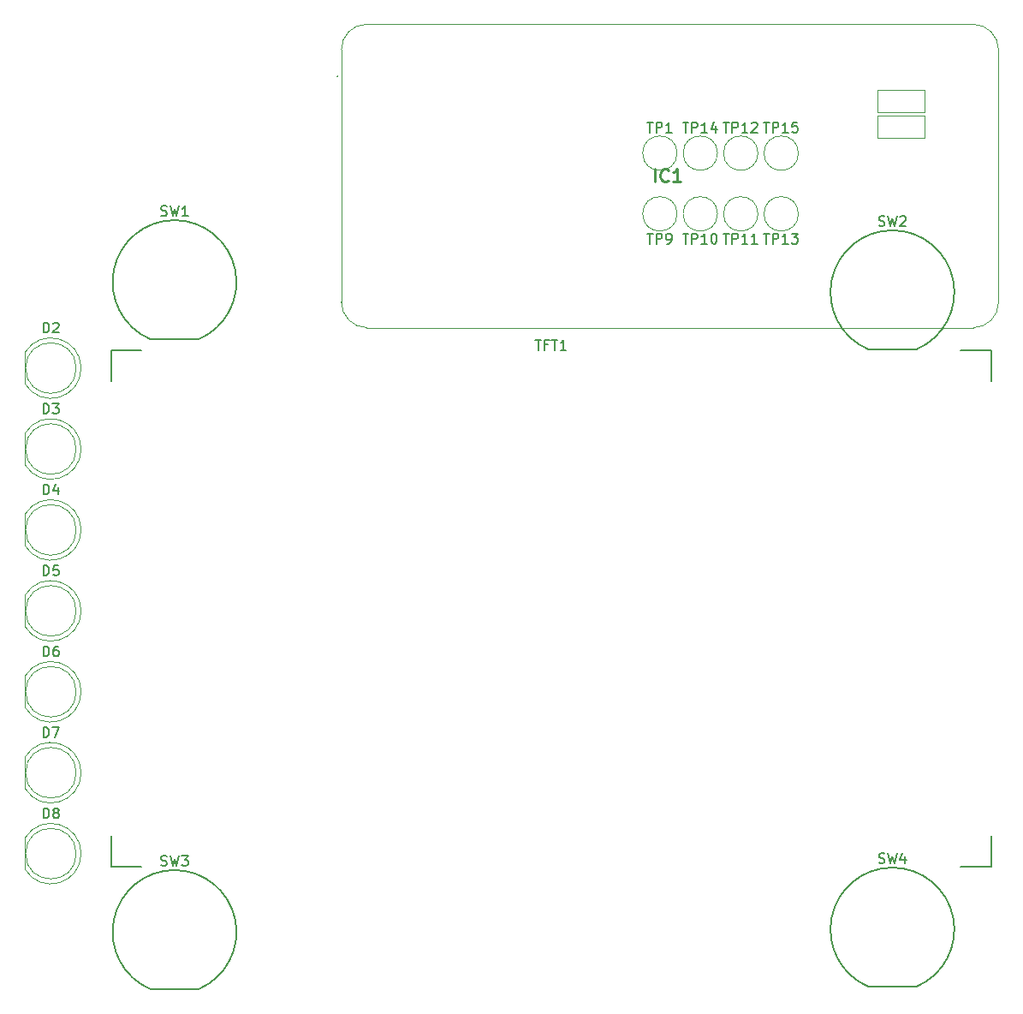
<source format=gbr>
G04 #@! TF.GenerationSoftware,KiCad,Pcbnew,5.0.1*
G04 #@! TF.CreationDate,2019-02-23T16:19:39+01:00*
G04 #@! TF.ProjectId,display,646973706C61792E6B696361645F7063,rev?*
G04 #@! TF.SameCoordinates,Original*
G04 #@! TF.FileFunction,Legend,Top*
G04 #@! TF.FilePolarity,Positive*
%FSLAX46Y46*%
G04 Gerber Fmt 4.6, Leading zero omitted, Abs format (unit mm)*
G04 Created by KiCad (PCBNEW 5.0.1) date Sat 23 Feb 2019 16:19:39 CET*
%MOMM*%
%LPD*%
G01*
G04 APERTURE LIST*
%ADD10C,0.150000*%
%ADD11C,0.120000*%
%ADD12C,0.100000*%
%ADD13C,0.254000*%
G04 APERTURE END LIST*
D10*
G04 #@! TO.C,SW3*
X105890000Y-145390000D02*
X101110000Y-145390000D01*
X105896843Y-145387095D02*
G75*
G03X101110000Y-145390000I-2396843J5637095D01*
G01*
G04 #@! TO.C,TFT1*
X184250000Y-82250000D02*
X184250000Y-85250000D01*
X184250000Y-82250000D02*
X181250000Y-82250000D01*
X184250000Y-133250000D02*
X181250000Y-133250000D01*
X184250000Y-133250000D02*
X184250000Y-130250000D01*
X97250000Y-133250000D02*
X100250000Y-133250000D01*
X97250000Y-133250000D02*
X97250000Y-130250000D01*
X97250000Y-82250000D02*
X97250000Y-85250000D01*
X97250000Y-82250000D02*
X100250000Y-82250000D01*
D11*
G04 #@! TO.C,D7*
X94260000Y-124000462D02*
G75*
G03X88710000Y-122455170I-2990000J462D01*
G01*
X94260000Y-123999538D02*
G75*
G02X88710000Y-125544830I-2990000J-462D01*
G01*
X93770000Y-124000000D02*
G75*
G03X93770000Y-124000000I-2500000J0D01*
G01*
X88710000Y-122455000D02*
X88710000Y-125545000D01*
G04 #@! TO.C,D2*
X88710000Y-82455000D02*
X88710000Y-85545000D01*
X93770000Y-84000000D02*
G75*
G03X93770000Y-84000000I-2500000J0D01*
G01*
X94260000Y-83999538D02*
G75*
G02X88710000Y-85544830I-2990000J-462D01*
G01*
X94260000Y-84000462D02*
G75*
G03X88710000Y-82455170I-2990000J462D01*
G01*
G04 #@! TO.C,D3*
X94260000Y-92000462D02*
G75*
G03X88710000Y-90455170I-2990000J462D01*
G01*
X94260000Y-91999538D02*
G75*
G02X88710000Y-93544830I-2990000J-462D01*
G01*
X93770000Y-92000000D02*
G75*
G03X93770000Y-92000000I-2500000J0D01*
G01*
X88710000Y-90455000D02*
X88710000Y-93545000D01*
G04 #@! TO.C,D4*
X88710000Y-98455000D02*
X88710000Y-101545000D01*
X93770000Y-100000000D02*
G75*
G03X93770000Y-100000000I-2500000J0D01*
G01*
X94260000Y-99999538D02*
G75*
G02X88710000Y-101544830I-2990000J-462D01*
G01*
X94260000Y-100000462D02*
G75*
G03X88710000Y-98455170I-2990000J462D01*
G01*
G04 #@! TO.C,D6*
X94260000Y-116000462D02*
G75*
G03X88710000Y-114455170I-2990000J462D01*
G01*
X94260000Y-115999538D02*
G75*
G02X88710000Y-117544830I-2990000J-462D01*
G01*
X93770000Y-116000000D02*
G75*
G03X93770000Y-116000000I-2500000J0D01*
G01*
X88710000Y-114455000D02*
X88710000Y-117545000D01*
G04 #@! TO.C,D5*
X88710000Y-106455000D02*
X88710000Y-109545000D01*
X93770000Y-108000000D02*
G75*
G03X93770000Y-108000000I-2500000J0D01*
G01*
X94260000Y-107999538D02*
G75*
G02X88710000Y-109544830I-2990000J-462D01*
G01*
X94260000Y-108000462D02*
G75*
G03X88710000Y-106455170I-2990000J462D01*
G01*
G04 #@! TO.C,D8*
X94260000Y-132000462D02*
G75*
G03X88710000Y-130455170I-2990000J462D01*
G01*
X94260000Y-131999538D02*
G75*
G02X88710000Y-133544830I-2990000J-462D01*
G01*
X93770000Y-132000000D02*
G75*
G03X93770000Y-132000000I-2500000J0D01*
G01*
X88710000Y-130455000D02*
X88710000Y-133545000D01*
G04 #@! TO.C,TP14*
X157200000Y-62750000D02*
G75*
G03X157200000Y-62750000I-1700000J0D01*
G01*
G04 #@! TO.C,TP13*
X165200000Y-68750000D02*
G75*
G03X165200000Y-68750000I-1700000J0D01*
G01*
G04 #@! TO.C,TP12*
X161200000Y-62750000D02*
G75*
G03X161200000Y-62750000I-1700000J0D01*
G01*
G04 #@! TO.C,TP11*
X161200000Y-68750000D02*
G75*
G03X161200000Y-68750000I-1700000J0D01*
G01*
G04 #@! TO.C,TP10*
X157200000Y-68750000D02*
G75*
G03X157200000Y-68750000I-1700000J0D01*
G01*
G04 #@! TO.C,TP9*
X153200000Y-68750000D02*
G75*
G03X153200000Y-68750000I-1700000J0D01*
G01*
G04 #@! TO.C,TP1*
X153200000Y-62750000D02*
G75*
G03X153200000Y-62750000I-1700000J0D01*
G01*
G04 #@! TO.C,TP15*
X165200000Y-62750000D02*
G75*
G03X165200000Y-62750000I-1700000J0D01*
G01*
D10*
G04 #@! TO.C,SW4*
X176896843Y-145137095D02*
G75*
G03X172110000Y-145140000I-2396843J5637095D01*
G01*
X176890000Y-145140000D02*
X172110000Y-145140000D01*
G04 #@! TO.C,SW2*
X176896843Y-82137095D02*
G75*
G03X172110000Y-82140000I-2396843J5637095D01*
G01*
X176890000Y-82140000D02*
X172110000Y-82140000D01*
G04 #@! TO.C,SW1*
X105890000Y-81140000D02*
X101110000Y-81140000D01*
X105896843Y-81137095D02*
G75*
G03X101110000Y-81140000I-2396843J5637095D01*
G01*
D12*
G04 #@! TO.C,IC1*
X119999940Y-52536045D02*
G75*
G02X122500000Y-50000000I2500470J35325D01*
G01*
X182504015Y-50000067D02*
G75*
G02X185000000Y-52540000I-44335J-2539933D01*
G01*
X185000060Y-77463955D02*
G75*
G02X182500000Y-80000000I-2500470J-35325D01*
G01*
X122495985Y-79999933D02*
G75*
G02X120000000Y-77460000I44335J2539933D01*
G01*
X119560000Y-55060000D02*
G75*
G03X119560000Y-55160000I0J-50000D01*
G01*
X119560000Y-55160000D02*
G75*
G03X119560000Y-55060000I0J50000D01*
G01*
X182500000Y-50000000D02*
X122500000Y-50000000D01*
X185000000Y-77460000D02*
X185000000Y-52540000D01*
X122500000Y-80000000D02*
X182500000Y-80000000D01*
X120000000Y-52540000D02*
X120000000Y-77460000D01*
X119560000Y-55160000D02*
X119560000Y-55160000D01*
X119560000Y-55060000D02*
X119560000Y-55060000D01*
X173060000Y-61260000D02*
X173060000Y-59060000D01*
X177660000Y-61260000D02*
X173060000Y-61260000D01*
X177660000Y-59060000D02*
X177660000Y-61260000D01*
X173060000Y-59060000D02*
X177660000Y-59060000D01*
X173060000Y-58720000D02*
X173060000Y-56520000D01*
X177660000Y-58720000D02*
X173060000Y-58720000D01*
X177660000Y-56520000D02*
X177660000Y-58720000D01*
X173060000Y-56520000D02*
X177660000Y-56520000D01*
G04 #@! TO.C,SW3*
D10*
X102166666Y-133154761D02*
X102309523Y-133202380D01*
X102547619Y-133202380D01*
X102642857Y-133154761D01*
X102690476Y-133107142D01*
X102738095Y-133011904D01*
X102738095Y-132916666D01*
X102690476Y-132821428D01*
X102642857Y-132773809D01*
X102547619Y-132726190D01*
X102357142Y-132678571D01*
X102261904Y-132630952D01*
X102214285Y-132583333D01*
X102166666Y-132488095D01*
X102166666Y-132392857D01*
X102214285Y-132297619D01*
X102261904Y-132250000D01*
X102357142Y-132202380D01*
X102595238Y-132202380D01*
X102738095Y-132250000D01*
X103071428Y-132202380D02*
X103309523Y-133202380D01*
X103500000Y-132488095D01*
X103690476Y-133202380D01*
X103928571Y-132202380D01*
X104214285Y-132202380D02*
X104833333Y-132202380D01*
X104500000Y-132583333D01*
X104642857Y-132583333D01*
X104738095Y-132630952D01*
X104785714Y-132678571D01*
X104833333Y-132773809D01*
X104833333Y-133011904D01*
X104785714Y-133107142D01*
X104738095Y-133154761D01*
X104642857Y-133202380D01*
X104357142Y-133202380D01*
X104261904Y-133154761D01*
X104214285Y-133107142D01*
G04 #@! TO.C,TFT1*
X139178571Y-81202380D02*
X139750000Y-81202380D01*
X139464285Y-82202380D02*
X139464285Y-81202380D01*
X140416666Y-81678571D02*
X140083333Y-81678571D01*
X140083333Y-82202380D02*
X140083333Y-81202380D01*
X140559523Y-81202380D01*
X140797619Y-81202380D02*
X141369047Y-81202380D01*
X141083333Y-82202380D02*
X141083333Y-81202380D01*
X142226190Y-82202380D02*
X141654761Y-82202380D01*
X141940476Y-82202380D02*
X141940476Y-81202380D01*
X141845238Y-81345238D01*
X141750000Y-81440476D01*
X141654761Y-81488095D01*
G04 #@! TO.C,D7*
X90531904Y-120492380D02*
X90531904Y-119492380D01*
X90770000Y-119492380D01*
X90912857Y-119540000D01*
X91008095Y-119635238D01*
X91055714Y-119730476D01*
X91103333Y-119920952D01*
X91103333Y-120063809D01*
X91055714Y-120254285D01*
X91008095Y-120349523D01*
X90912857Y-120444761D01*
X90770000Y-120492380D01*
X90531904Y-120492380D01*
X91436666Y-119492380D02*
X92103333Y-119492380D01*
X91674761Y-120492380D01*
G04 #@! TO.C,D2*
X90531904Y-80492380D02*
X90531904Y-79492380D01*
X90770000Y-79492380D01*
X90912857Y-79540000D01*
X91008095Y-79635238D01*
X91055714Y-79730476D01*
X91103333Y-79920952D01*
X91103333Y-80063809D01*
X91055714Y-80254285D01*
X91008095Y-80349523D01*
X90912857Y-80444761D01*
X90770000Y-80492380D01*
X90531904Y-80492380D01*
X91484285Y-79587619D02*
X91531904Y-79540000D01*
X91627142Y-79492380D01*
X91865238Y-79492380D01*
X91960476Y-79540000D01*
X92008095Y-79587619D01*
X92055714Y-79682857D01*
X92055714Y-79778095D01*
X92008095Y-79920952D01*
X91436666Y-80492380D01*
X92055714Y-80492380D01*
G04 #@! TO.C,D3*
X90531904Y-88492380D02*
X90531904Y-87492380D01*
X90770000Y-87492380D01*
X90912857Y-87540000D01*
X91008095Y-87635238D01*
X91055714Y-87730476D01*
X91103333Y-87920952D01*
X91103333Y-88063809D01*
X91055714Y-88254285D01*
X91008095Y-88349523D01*
X90912857Y-88444761D01*
X90770000Y-88492380D01*
X90531904Y-88492380D01*
X91436666Y-87492380D02*
X92055714Y-87492380D01*
X91722380Y-87873333D01*
X91865238Y-87873333D01*
X91960476Y-87920952D01*
X92008095Y-87968571D01*
X92055714Y-88063809D01*
X92055714Y-88301904D01*
X92008095Y-88397142D01*
X91960476Y-88444761D01*
X91865238Y-88492380D01*
X91579523Y-88492380D01*
X91484285Y-88444761D01*
X91436666Y-88397142D01*
G04 #@! TO.C,D4*
X90531904Y-96492380D02*
X90531904Y-95492380D01*
X90770000Y-95492380D01*
X90912857Y-95540000D01*
X91008095Y-95635238D01*
X91055714Y-95730476D01*
X91103333Y-95920952D01*
X91103333Y-96063809D01*
X91055714Y-96254285D01*
X91008095Y-96349523D01*
X90912857Y-96444761D01*
X90770000Y-96492380D01*
X90531904Y-96492380D01*
X91960476Y-95825714D02*
X91960476Y-96492380D01*
X91722380Y-95444761D02*
X91484285Y-96159047D01*
X92103333Y-96159047D01*
G04 #@! TO.C,D6*
X90531904Y-112492380D02*
X90531904Y-111492380D01*
X90770000Y-111492380D01*
X90912857Y-111540000D01*
X91008095Y-111635238D01*
X91055714Y-111730476D01*
X91103333Y-111920952D01*
X91103333Y-112063809D01*
X91055714Y-112254285D01*
X91008095Y-112349523D01*
X90912857Y-112444761D01*
X90770000Y-112492380D01*
X90531904Y-112492380D01*
X91960476Y-111492380D02*
X91770000Y-111492380D01*
X91674761Y-111540000D01*
X91627142Y-111587619D01*
X91531904Y-111730476D01*
X91484285Y-111920952D01*
X91484285Y-112301904D01*
X91531904Y-112397142D01*
X91579523Y-112444761D01*
X91674761Y-112492380D01*
X91865238Y-112492380D01*
X91960476Y-112444761D01*
X92008095Y-112397142D01*
X92055714Y-112301904D01*
X92055714Y-112063809D01*
X92008095Y-111968571D01*
X91960476Y-111920952D01*
X91865238Y-111873333D01*
X91674761Y-111873333D01*
X91579523Y-111920952D01*
X91531904Y-111968571D01*
X91484285Y-112063809D01*
G04 #@! TO.C,D5*
X90531904Y-104492380D02*
X90531904Y-103492380D01*
X90770000Y-103492380D01*
X90912857Y-103540000D01*
X91008095Y-103635238D01*
X91055714Y-103730476D01*
X91103333Y-103920952D01*
X91103333Y-104063809D01*
X91055714Y-104254285D01*
X91008095Y-104349523D01*
X90912857Y-104444761D01*
X90770000Y-104492380D01*
X90531904Y-104492380D01*
X92008095Y-103492380D02*
X91531904Y-103492380D01*
X91484285Y-103968571D01*
X91531904Y-103920952D01*
X91627142Y-103873333D01*
X91865238Y-103873333D01*
X91960476Y-103920952D01*
X92008095Y-103968571D01*
X92055714Y-104063809D01*
X92055714Y-104301904D01*
X92008095Y-104397142D01*
X91960476Y-104444761D01*
X91865238Y-104492380D01*
X91627142Y-104492380D01*
X91531904Y-104444761D01*
X91484285Y-104397142D01*
G04 #@! TO.C,D8*
X90531904Y-128492380D02*
X90531904Y-127492380D01*
X90770000Y-127492380D01*
X90912857Y-127540000D01*
X91008095Y-127635238D01*
X91055714Y-127730476D01*
X91103333Y-127920952D01*
X91103333Y-128063809D01*
X91055714Y-128254285D01*
X91008095Y-128349523D01*
X90912857Y-128444761D01*
X90770000Y-128492380D01*
X90531904Y-128492380D01*
X91674761Y-127920952D02*
X91579523Y-127873333D01*
X91531904Y-127825714D01*
X91484285Y-127730476D01*
X91484285Y-127682857D01*
X91531904Y-127587619D01*
X91579523Y-127540000D01*
X91674761Y-127492380D01*
X91865238Y-127492380D01*
X91960476Y-127540000D01*
X92008095Y-127587619D01*
X92055714Y-127682857D01*
X92055714Y-127730476D01*
X92008095Y-127825714D01*
X91960476Y-127873333D01*
X91865238Y-127920952D01*
X91674761Y-127920952D01*
X91579523Y-127968571D01*
X91531904Y-128016190D01*
X91484285Y-128111428D01*
X91484285Y-128301904D01*
X91531904Y-128397142D01*
X91579523Y-128444761D01*
X91674761Y-128492380D01*
X91865238Y-128492380D01*
X91960476Y-128444761D01*
X92008095Y-128397142D01*
X92055714Y-128301904D01*
X92055714Y-128111428D01*
X92008095Y-128016190D01*
X91960476Y-127968571D01*
X91865238Y-127920952D01*
G04 #@! TO.C,TP14*
X153761904Y-59704380D02*
X154333333Y-59704380D01*
X154047619Y-60704380D02*
X154047619Y-59704380D01*
X154666666Y-60704380D02*
X154666666Y-59704380D01*
X155047619Y-59704380D01*
X155142857Y-59752000D01*
X155190476Y-59799619D01*
X155238095Y-59894857D01*
X155238095Y-60037714D01*
X155190476Y-60132952D01*
X155142857Y-60180571D01*
X155047619Y-60228190D01*
X154666666Y-60228190D01*
X156190476Y-60704380D02*
X155619047Y-60704380D01*
X155904761Y-60704380D02*
X155904761Y-59704380D01*
X155809523Y-59847238D01*
X155714285Y-59942476D01*
X155619047Y-59990095D01*
X157047619Y-60037714D02*
X157047619Y-60704380D01*
X156809523Y-59656761D02*
X156571428Y-60371047D01*
X157190476Y-60371047D01*
G04 #@! TO.C,TP13*
X161761904Y-70700380D02*
X162333333Y-70700380D01*
X162047619Y-71700380D02*
X162047619Y-70700380D01*
X162666666Y-71700380D02*
X162666666Y-70700380D01*
X163047619Y-70700380D01*
X163142857Y-70748000D01*
X163190476Y-70795619D01*
X163238095Y-70890857D01*
X163238095Y-71033714D01*
X163190476Y-71128952D01*
X163142857Y-71176571D01*
X163047619Y-71224190D01*
X162666666Y-71224190D01*
X164190476Y-71700380D02*
X163619047Y-71700380D01*
X163904761Y-71700380D02*
X163904761Y-70700380D01*
X163809523Y-70843238D01*
X163714285Y-70938476D01*
X163619047Y-70986095D01*
X164523809Y-70700380D02*
X165142857Y-70700380D01*
X164809523Y-71081333D01*
X164952380Y-71081333D01*
X165047619Y-71128952D01*
X165095238Y-71176571D01*
X165142857Y-71271809D01*
X165142857Y-71509904D01*
X165095238Y-71605142D01*
X165047619Y-71652761D01*
X164952380Y-71700380D01*
X164666666Y-71700380D01*
X164571428Y-71652761D01*
X164523809Y-71605142D01*
G04 #@! TO.C,TP12*
X157761904Y-59704380D02*
X158333333Y-59704380D01*
X158047619Y-60704380D02*
X158047619Y-59704380D01*
X158666666Y-60704380D02*
X158666666Y-59704380D01*
X159047619Y-59704380D01*
X159142857Y-59752000D01*
X159190476Y-59799619D01*
X159238095Y-59894857D01*
X159238095Y-60037714D01*
X159190476Y-60132952D01*
X159142857Y-60180571D01*
X159047619Y-60228190D01*
X158666666Y-60228190D01*
X160190476Y-60704380D02*
X159619047Y-60704380D01*
X159904761Y-60704380D02*
X159904761Y-59704380D01*
X159809523Y-59847238D01*
X159714285Y-59942476D01*
X159619047Y-59990095D01*
X160571428Y-59799619D02*
X160619047Y-59752000D01*
X160714285Y-59704380D01*
X160952380Y-59704380D01*
X161047619Y-59752000D01*
X161095238Y-59799619D01*
X161142857Y-59894857D01*
X161142857Y-59990095D01*
X161095238Y-60132952D01*
X160523809Y-60704380D01*
X161142857Y-60704380D01*
G04 #@! TO.C,TP11*
X157761904Y-70700380D02*
X158333333Y-70700380D01*
X158047619Y-71700380D02*
X158047619Y-70700380D01*
X158666666Y-71700380D02*
X158666666Y-70700380D01*
X159047619Y-70700380D01*
X159142857Y-70748000D01*
X159190476Y-70795619D01*
X159238095Y-70890857D01*
X159238095Y-71033714D01*
X159190476Y-71128952D01*
X159142857Y-71176571D01*
X159047619Y-71224190D01*
X158666666Y-71224190D01*
X160190476Y-71700380D02*
X159619047Y-71700380D01*
X159904761Y-71700380D02*
X159904761Y-70700380D01*
X159809523Y-70843238D01*
X159714285Y-70938476D01*
X159619047Y-70986095D01*
X161142857Y-71700380D02*
X160571428Y-71700380D01*
X160857142Y-71700380D02*
X160857142Y-70700380D01*
X160761904Y-70843238D01*
X160666666Y-70938476D01*
X160571428Y-70986095D01*
G04 #@! TO.C,TP10*
X153761904Y-70702380D02*
X154333333Y-70702380D01*
X154047619Y-71702380D02*
X154047619Y-70702380D01*
X154666666Y-71702380D02*
X154666666Y-70702380D01*
X155047619Y-70702380D01*
X155142857Y-70750000D01*
X155190476Y-70797619D01*
X155238095Y-70892857D01*
X155238095Y-71035714D01*
X155190476Y-71130952D01*
X155142857Y-71178571D01*
X155047619Y-71226190D01*
X154666666Y-71226190D01*
X156190476Y-71702380D02*
X155619047Y-71702380D01*
X155904761Y-71702380D02*
X155904761Y-70702380D01*
X155809523Y-70845238D01*
X155714285Y-70940476D01*
X155619047Y-70988095D01*
X156809523Y-70702380D02*
X156904761Y-70702380D01*
X157000000Y-70750000D01*
X157047619Y-70797619D01*
X157095238Y-70892857D01*
X157142857Y-71083333D01*
X157142857Y-71321428D01*
X157095238Y-71511904D01*
X157047619Y-71607142D01*
X157000000Y-71654761D01*
X156904761Y-71702380D01*
X156809523Y-71702380D01*
X156714285Y-71654761D01*
X156666666Y-71607142D01*
X156619047Y-71511904D01*
X156571428Y-71321428D01*
X156571428Y-71083333D01*
X156619047Y-70892857D01*
X156666666Y-70797619D01*
X156714285Y-70750000D01*
X156809523Y-70702380D01*
G04 #@! TO.C,TP9*
X150238095Y-70702380D02*
X150809523Y-70702380D01*
X150523809Y-71702380D02*
X150523809Y-70702380D01*
X151142857Y-71702380D02*
X151142857Y-70702380D01*
X151523809Y-70702380D01*
X151619047Y-70750000D01*
X151666666Y-70797619D01*
X151714285Y-70892857D01*
X151714285Y-71035714D01*
X151666666Y-71130952D01*
X151619047Y-71178571D01*
X151523809Y-71226190D01*
X151142857Y-71226190D01*
X152190476Y-71702380D02*
X152380952Y-71702380D01*
X152476190Y-71654761D01*
X152523809Y-71607142D01*
X152619047Y-71464285D01*
X152666666Y-71273809D01*
X152666666Y-70892857D01*
X152619047Y-70797619D01*
X152571428Y-70750000D01*
X152476190Y-70702380D01*
X152285714Y-70702380D01*
X152190476Y-70750000D01*
X152142857Y-70797619D01*
X152095238Y-70892857D01*
X152095238Y-71130952D01*
X152142857Y-71226190D01*
X152190476Y-71273809D01*
X152285714Y-71321428D01*
X152476190Y-71321428D01*
X152571428Y-71273809D01*
X152619047Y-71226190D01*
X152666666Y-71130952D01*
G04 #@! TO.C,TP1*
X150238095Y-59704380D02*
X150809523Y-59704380D01*
X150523809Y-60704380D02*
X150523809Y-59704380D01*
X151142857Y-60704380D02*
X151142857Y-59704380D01*
X151523809Y-59704380D01*
X151619047Y-59752000D01*
X151666666Y-59799619D01*
X151714285Y-59894857D01*
X151714285Y-60037714D01*
X151666666Y-60132952D01*
X151619047Y-60180571D01*
X151523809Y-60228190D01*
X151142857Y-60228190D01*
X152666666Y-60704380D02*
X152095238Y-60704380D01*
X152380952Y-60704380D02*
X152380952Y-59704380D01*
X152285714Y-59847238D01*
X152190476Y-59942476D01*
X152095238Y-59990095D01*
G04 #@! TO.C,TP15*
X161761904Y-59704380D02*
X162333333Y-59704380D01*
X162047619Y-60704380D02*
X162047619Y-59704380D01*
X162666666Y-60704380D02*
X162666666Y-59704380D01*
X163047619Y-59704380D01*
X163142857Y-59752000D01*
X163190476Y-59799619D01*
X163238095Y-59894857D01*
X163238095Y-60037714D01*
X163190476Y-60132952D01*
X163142857Y-60180571D01*
X163047619Y-60228190D01*
X162666666Y-60228190D01*
X164190476Y-60704380D02*
X163619047Y-60704380D01*
X163904761Y-60704380D02*
X163904761Y-59704380D01*
X163809523Y-59847238D01*
X163714285Y-59942476D01*
X163619047Y-59990095D01*
X165095238Y-59704380D02*
X164619047Y-59704380D01*
X164571428Y-60180571D01*
X164619047Y-60132952D01*
X164714285Y-60085333D01*
X164952380Y-60085333D01*
X165047619Y-60132952D01*
X165095238Y-60180571D01*
X165142857Y-60275809D01*
X165142857Y-60513904D01*
X165095238Y-60609142D01*
X165047619Y-60656761D01*
X164952380Y-60704380D01*
X164714285Y-60704380D01*
X164619047Y-60656761D01*
X164571428Y-60609142D01*
G04 #@! TO.C,SW4*
X173166666Y-132904761D02*
X173309523Y-132952380D01*
X173547619Y-132952380D01*
X173642857Y-132904761D01*
X173690476Y-132857142D01*
X173738095Y-132761904D01*
X173738095Y-132666666D01*
X173690476Y-132571428D01*
X173642857Y-132523809D01*
X173547619Y-132476190D01*
X173357142Y-132428571D01*
X173261904Y-132380952D01*
X173214285Y-132333333D01*
X173166666Y-132238095D01*
X173166666Y-132142857D01*
X173214285Y-132047619D01*
X173261904Y-132000000D01*
X173357142Y-131952380D01*
X173595238Y-131952380D01*
X173738095Y-132000000D01*
X174071428Y-131952380D02*
X174309523Y-132952380D01*
X174500000Y-132238095D01*
X174690476Y-132952380D01*
X174928571Y-131952380D01*
X175738095Y-132285714D02*
X175738095Y-132952380D01*
X175500000Y-131904761D02*
X175261904Y-132619047D01*
X175880952Y-132619047D01*
G04 #@! TO.C,SW2*
X173166666Y-69904761D02*
X173309523Y-69952380D01*
X173547619Y-69952380D01*
X173642857Y-69904761D01*
X173690476Y-69857142D01*
X173738095Y-69761904D01*
X173738095Y-69666666D01*
X173690476Y-69571428D01*
X173642857Y-69523809D01*
X173547619Y-69476190D01*
X173357142Y-69428571D01*
X173261904Y-69380952D01*
X173214285Y-69333333D01*
X173166666Y-69238095D01*
X173166666Y-69142857D01*
X173214285Y-69047619D01*
X173261904Y-69000000D01*
X173357142Y-68952380D01*
X173595238Y-68952380D01*
X173738095Y-69000000D01*
X174071428Y-68952380D02*
X174309523Y-69952380D01*
X174500000Y-69238095D01*
X174690476Y-69952380D01*
X174928571Y-68952380D01*
X175261904Y-69047619D02*
X175309523Y-69000000D01*
X175404761Y-68952380D01*
X175642857Y-68952380D01*
X175738095Y-69000000D01*
X175785714Y-69047619D01*
X175833333Y-69142857D01*
X175833333Y-69238095D01*
X175785714Y-69380952D01*
X175214285Y-69952380D01*
X175833333Y-69952380D01*
G04 #@! TO.C,SW1*
X102166666Y-68904761D02*
X102309523Y-68952380D01*
X102547619Y-68952380D01*
X102642857Y-68904761D01*
X102690476Y-68857142D01*
X102738095Y-68761904D01*
X102738095Y-68666666D01*
X102690476Y-68571428D01*
X102642857Y-68523809D01*
X102547619Y-68476190D01*
X102357142Y-68428571D01*
X102261904Y-68380952D01*
X102214285Y-68333333D01*
X102166666Y-68238095D01*
X102166666Y-68142857D01*
X102214285Y-68047619D01*
X102261904Y-68000000D01*
X102357142Y-67952380D01*
X102595238Y-67952380D01*
X102738095Y-68000000D01*
X103071428Y-67952380D02*
X103309523Y-68952380D01*
X103500000Y-68238095D01*
X103690476Y-68952380D01*
X103928571Y-67952380D01*
X104833333Y-68952380D02*
X104261904Y-68952380D01*
X104547619Y-68952380D02*
X104547619Y-67952380D01*
X104452380Y-68095238D01*
X104357142Y-68190476D01*
X104261904Y-68238095D01*
G04 #@! TO.C,IC1*
D13*
X151015238Y-65574523D02*
X151015238Y-64304523D01*
X152345714Y-65453571D02*
X152285238Y-65514047D01*
X152103809Y-65574523D01*
X151982857Y-65574523D01*
X151801428Y-65514047D01*
X151680476Y-65393095D01*
X151620000Y-65272142D01*
X151559523Y-65030238D01*
X151559523Y-64848809D01*
X151620000Y-64606904D01*
X151680476Y-64485952D01*
X151801428Y-64365000D01*
X151982857Y-64304523D01*
X152103809Y-64304523D01*
X152285238Y-64365000D01*
X152345714Y-64425476D01*
X153555238Y-65574523D02*
X152829523Y-65574523D01*
X153192380Y-65574523D02*
X153192380Y-64304523D01*
X153071428Y-64485952D01*
X152950476Y-64606904D01*
X152829523Y-64667380D01*
G04 #@! TD*
M02*

</source>
